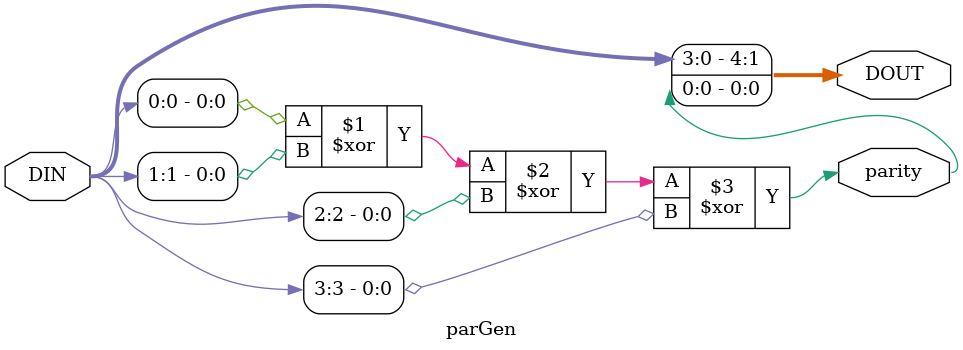
<source format=v>
module parGen(DOUT, parity, DIN);
  output [4:0] DOUT;
  output parity;
  input [3:0] DIN;
  assign parity = DIN[0] ^ DIN[1] ^ DIN[2] ^ DIN[3];
  assign DOUT = { DIN, parity };
endmodule

</source>
